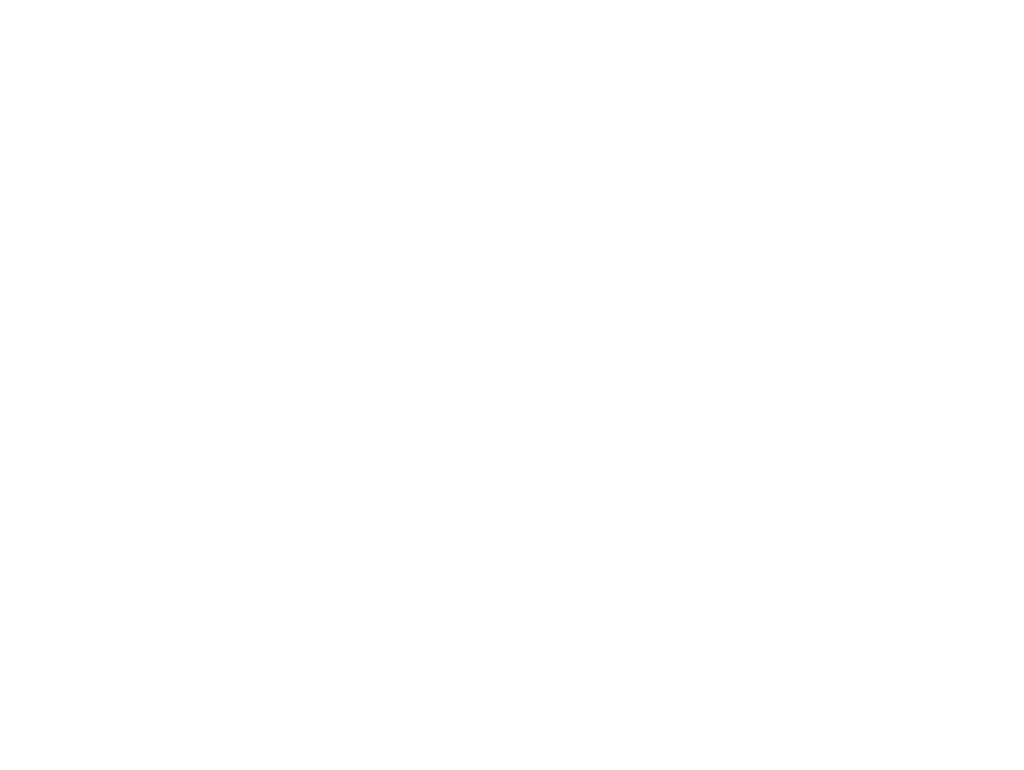
<source format=kicad_pcb>
(kicad_pcb (version 20210424) (generator pcbnew)
  (title_block (title "EnvKBTKL") (date "2021-04-17") (rev "version") (company "personal"))
  (layers (0 "F.Cu" signal) (31 "B.Cu" signal) (34 "B.Paste" user) (35 "F.Paste" user) (36 "B.SilkS" user "B.Silkscreen") (37 "F.SilkS" user "F.Silkscreen") (38 "B.Mask" user) (39 "F.Mask" user) (44 "Edge.Cuts" user))
  (net 0 "")
  (footprint "josh-logos:josh-details" (layer "B.Cu") (at 192.6 201.8 180)
    (fp_text reference "LOGO2" hide)
    (fp_text value "Josh-Details")
  )
)
</source>
